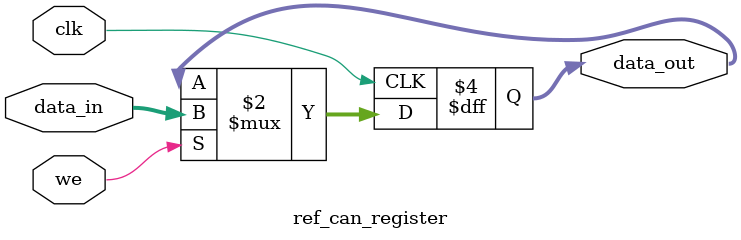
<source format=v>

`include "timescale.v"
// synopsys translate_on


module ref_can_register
( data_in,
  data_out,
  we,
  clk
);

parameter WIDTH = 8; // default parameter of the register width

input [WIDTH-1:0] data_in;
input             we;
input             clk;

output [WIDTH-1:0] data_out;
reg    [WIDTH-1:0] data_out;



always @ (posedge clk)
begin
  if (we)                        // write
    data_out<=#1 data_in;
end



endmodule

</source>
